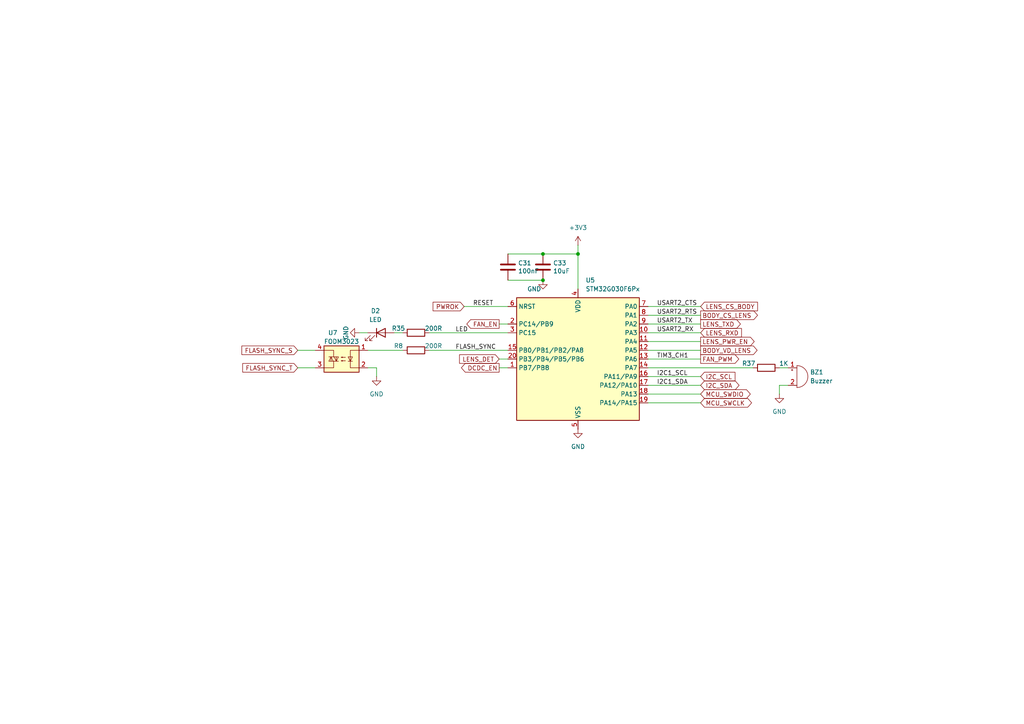
<source format=kicad_sch>
(kicad_sch (version 20231120) (generator "eeschema") (generator_version "8.0")
  (paper "A4")
  (lib_symbols
    (symbol "Device:Buzzer" (pin_names (offset 0.0254) hide)
      (property "Reference" "BZ" (at 3.81 1.27 0))
      (property "Value" "Buzzer" (at 3.81 -1.27 0))
      (symbol "Buzzer_0_1"
        (arc (start 0 -3.175) (mid 3.1612 0) (end 0 3.175))
        (polyline (pts (xy -1.651 1.905) (xy -1.143 1.905)))
        (polyline (pts (xy -1.397 2.159) (xy -1.397 1.651)))
        (polyline (pts (xy 0 3.175) (xy 0 -3.175)))
      )
      (symbol "Buzzer_1_1"
        (pin passive line (at -2.54 2.54 0) (length 2.54) (name "+") (number "1"))
        (pin passive line (at -2.54 -2.54 0) (length 2.54) (name "-") (number "2"))
      )
    )
    (symbol "Device:C" (pin_numbers hide) (pin_names (offset 0.254))
      (property "Reference" "C" (at 0.635 2.54 0))
      (property "Value" "C" (at 0.635 -2.54 0))
      (symbol "C_0_1"
        (polyline (pts (xy -2.032 -0.762) (xy 2.032 -0.762)) (stroke (width 0.508)))
        (polyline (pts (xy -2.032 0.762) (xy 2.032 0.762)) (stroke (width 0.508)))
      )
      (symbol "C_1_1"
        (pin passive line (at 0 3.81 270) (length 2.794) (name "~") (number "1"))
        (pin passive line (at 0 -3.81 90) (length 2.794) (name "~") (number "2"))
      )
    )
    (symbol "Device:LED" (pin_numbers hide) (pin_names (offset 1.016) hide)
      (property "Reference" "D" (at 0 2.54 0))
      (property "Value" "LED" (at 0 -2.54 0))
      (symbol "LED_0_1"
        (polyline (pts (xy -1.27 -1.27) (xy -1.27 1.27)) (stroke (width 0.254)))
        (polyline (pts (xy -1.27 0) (xy 1.27 0)))
        (polyline (pts (xy 1.27 -1.27) (xy 1.27 1.27) (xy -1.27 0) (xy 1.27 -1.27)) (stroke (width 0.254)))
        (polyline (pts (xy -3.048 -0.762) (xy -4.572 -2.286) (xy -3.81 -2.286) (xy -4.572 -2.286) (xy -4.572 -1.524)))
        (polyline (pts (xy -1.778 -0.762) (xy -3.302 -2.286) (xy -2.54 -2.286) (xy -3.302 -2.286) (xy -3.302 -1.524)))
      )
      (symbol "LED_1_1"
        (pin passive line (at -3.81 0 0) (length 2.54) (name "K") (number "1"))
        (pin passive line (at 3.81 0 180) (length 2.54) (name "A") (number "2"))
      )
    )
    (symbol "Device:R" (pin_numbers hide) (pin_names (offset 0))
      (property "Reference" "R" (at 2.032 0 90))
      (property "Value" "R" (at 0 0 90))
      (symbol "R_0_1"
        (rectangle (start -1.016 -2.54) (end 1.016 2.54) (stroke (width 0.254)))
      )
      (symbol "R_1_1"
        (pin passive line (at 0 3.81 270) (length 1.27) (name "~") (number "1"))
        (pin passive line (at 0 -3.81 90) (length 1.27) (name "~") (number "2"))
      )
    )
    (symbol "MCU_ST_STM32G0:STM32G030F6Px"
      (property "Reference" "U" (at -17.78 19.05 0))
      (property "Value" "STM32G030F6Px" (at 2.54 19.05 0))
      (symbol "STM32G030F6Px_0_1"
        (rectangle (start -17.78 -17.78) (end 17.78 17.78) (stroke (width 0.254)) (fill (type background)))
      )
      (symbol "STM32G030F6Px_1_1"
        (pin bidirectional line (at -20.32 -2.54 0) (length 2.54) (name "PB7/PB8") (number "1"))
        (pin bidirectional line (at 20.32 7.62 180) (length 2.54) (name "PA3") (number "10"))
        (pin bidirectional line (at 20.32 5.08 180) (length 2.54) (name "PA4") (number "11"))
        (pin bidirectional line (at 20.32 2.54 180) (length 2.54) (name "PA5") (number "12"))
        (pin bidirectional line (at 20.32 0 180) (length 2.54) (name "PA6") (number "13"))
        (pin bidirectional line (at 20.32 -2.54 180) (length 2.54) (name "PA7") (number "14"))
        (pin bidirectional line (at -20.32 2.54 0) (length 2.54) (name "PB0/PB1/PB2/PA8") (number "15"))
        (pin bidirectional line (at 20.32 -5.08 180) (length 2.54) (name "PA11/PA9") (number "16"))
        (pin bidirectional line (at 20.32 -7.62 180) (length 2.54) (name "PA12/PA10") (number "17"))
        (pin bidirectional line (at 20.32 -10.16 180) (length 2.54) (name "PA13") (number "18"))
        (pin bidirectional line (at 20.32 -12.7 180) (length 2.54) (name "PA14/PA15") (number "19"))
        (pin bidirectional line (at -20.32 10.16 0) (length 2.54) (name "PC14/PB9") (number "2"))
        (pin bidirectional line (at -20.32 0 0) (length 2.54) (name "PB3/PB4/PB5/PB6") (number "20"))
        (pin bidirectional line (at -20.32 7.62 0) (length 2.54) (name "PC15") (number "3"))
        (pin power_in line (at 0 20.32 270) (length 2.54) (name "VDD") (number "4"))
        (pin power_in line (at 0 -20.32 90) (length 2.54) (name "VSS") (number "5"))
        (pin input line (at -20.32 15.24 0) (length 2.54) (name "NRST") (number "6"))
        (pin bidirectional line (at 20.32 15.24 180) (length 2.54) (name "PA0") (number "7"))
        (pin bidirectional line (at 20.32 12.7 180) (length 2.54) (name "PA1") (number "8"))
        (pin bidirectional line (at 20.32 10.16 180) (length 2.54) (name "PA2") (number "9"))
      )
    )
    (symbol "Relay_SolidState:FODM3023"
      (property "Reference" "U" (at -5.08 5.08 0))
      (property "Value" "FODM3023" (at 0 5.08 0))
      (symbol "FODM3023_0_1"
        (rectangle (start -5.08 3.81) (end 5.08 -3.81) (stroke (width 0.254)) (fill (type background)))
        (polyline (pts (xy -3.175 -0.635) (xy -1.905 -0.635)))
        (polyline (pts (xy 1.524 -0.635) (xy 1.524 0.635)))
        (polyline (pts (xy 3.048 0.635) (xy 3.048 -0.635)))
        (polyline (pts (xy 2.286 -0.635) (xy 2.286 -2.54) (xy 5.08 -2.54)))
        (polyline (pts (xy 2.286 0.635) (xy 2.286 2.54) (xy 5.08 2.54)))
        (polyline (pts (xy -5.08 2.54) (xy -2.54 2.54) (xy -2.54 -2.54) (xy -5.08 -2.54)))
        (polyline (pts (xy -2.54 -0.635) (xy -3.175 0.635) (xy -1.905 0.635) (xy -2.54 -0.635)))
        (polyline (pts (xy 0.889 -0.635) (xy 3.683 -0.635) (xy 3.048 0.635) (xy 2.413 -0.635)))
        (polyline (pts (xy 3.683 0.635) (xy 0.889 0.635) (xy 1.524 -0.635) (xy 2.159 0.635)))
        (polyline (pts (xy -1.143 -0.508) (xy 0.127 -0.508) (xy -0.254 -0.635) (xy -0.254 -0.381) (xy 0.127 -0.508)))
        (polyline (pts (xy -1.143 0.508) (xy 0.127 0.508) (xy -0.254 0.381) (xy -0.254 0.635) (xy 0.127 0.508)))
      )
      (symbol "FODM3023_1_1"
        (pin passive line (at -7.62 2.54 0) (length 2.54) (name "~") (number "1"))
        (pin passive line (at -7.62 -2.54 0) (length 2.54) (name "~") (number "2"))
        (pin passive line (at 7.62 -2.54 180) (length 2.54) (name "~") (number "3"))
        (pin passive line (at 7.62 2.54 180) (length 2.54) (name "~") (number "4"))
      )
    )
    (symbol "power:+3V3" (power) (pin_numbers hide) (pin_names (offset 0) hide)
      (property "Value" "+3V3" (at 0 3.556 0))
      (symbol "+3V3_0_1"
        (polyline (pts (xy -0.762 1.27) (xy 0 2.54)))
        (polyline (pts (xy 0 0) (xy 0 2.54)))
        (polyline (pts (xy 0 2.54) (xy 0.762 1.27)))
      )
      (symbol "+3V3_1_1"
        (pin power_in line (at 0 0 90) (length 0) (name "~") (number "1"))
      )
    )
    (symbol "power:GND" (power) (pin_numbers hide) (pin_names (offset 0) hide)
      (property "Value" "GND" (at 0 -3.81 0))
      (symbol "GND_0_1"
        (polyline (pts (xy 0 0) (xy 0 -1.27) (xy 1.27 -1.27) (xy 0 -2.54) (xy -1.27 -1.27) (xy 0 -1.27)))
      )
      (symbol "GND_1_1"
        (pin power_in line (at 0 0 270) (length 0) (name "~") (number "1"))
      )
    )
  )
  (junction (at 167.64 73.66))
  (junction (at 157.48 81.28))
  (junction (at 157.48 73.66))
  (wire (pts (xy 187.96 88.9) (xy 203.2 88.9)))
  (wire (pts (xy 109.22 106.68) (xy 109.22 109.22)))
  (wire (pts (xy 106.68 106.68) (xy 109.22 106.68)))
  (wire (pts (xy 167.64 73.66) (xy 157.48 73.66)))
  (wire (pts (xy 144.78 104.14) (xy 147.32 104.14)))
  (wire (pts (xy 187.96 114.3) (xy 203.2 114.3)))
  (wire (pts (xy 187.96 93.98) (xy 203.2 93.98)))
  (wire (pts (xy 86.36 101.6) (xy 91.44 101.6)))
  (wire (pts (xy 124.46 101.6) (xy 147.32 101.6)))
  (wire (pts (xy 226.06 106.68) (xy 228.6 106.68)))
  (wire (pts (xy 124.46 96.52) (xy 147.32 96.52)))
  (wire (pts (xy 157.48 73.66) (xy 147.32 73.66)))
  (wire (pts (xy 147.32 81.28) (xy 157.48 81.28)))
  (wire (pts (xy 144.78 106.68) (xy 147.32 106.68)))
  (wire (pts (xy 167.64 83.82) (xy 167.64 73.66)))
  (wire (pts (xy 226.06 111.76) (xy 226.06 114.3)))
  (wire (pts (xy 106.68 96.52) (xy 104.14 96.52)))
  (wire (pts (xy 187.96 109.22) (xy 203.2 109.22)))
  (wire (pts (xy 134.62 88.9) (xy 147.32 88.9)))
  (wire (pts (xy 187.96 116.84) (xy 203.2 116.84)))
  (wire (pts (xy 187.96 104.14) (xy 203.2 104.14)))
  (wire (pts (xy 86.36 106.68) (xy 91.44 106.68)))
  (wire (pts (xy 187.96 91.44) (xy 203.2 91.44)))
  (wire (pts (xy 187.96 111.76) (xy 203.2 111.76)))
  (wire (pts (xy 167.64 71.12) (xy 167.64 73.66)))
  (wire (pts (xy 187.96 106.68) (xy 218.44 106.68)))
  (wire (pts (xy 187.96 99.06) (xy 203.2 99.06)))
  (wire (pts (xy 106.68 101.6) (xy 116.84 101.6)))
  (wire (pts (xy 187.96 101.6) (xy 203.2 101.6)))
  (wire (pts (xy 144.78 93.98) (xy 147.32 93.98)))
  (wire (pts (xy 228.6 111.76) (xy 226.06 111.76)))
  (wire (pts (xy 187.96 96.52) (xy 203.2 96.52)))
  (wire (pts (xy 114.3 96.52) (xy 116.84 96.52)))
  (label "FLASH_SYNC" (at 132.08 101.6 0))
  (label "RESET" (at 137.16 88.9 0))
  (label "USART2_CTS" (at 190.5 88.9 0))
  (label "TIM3_CH1" (at 190.5 104.14 0))
  (label "USART2_RX" (at 190.5 96.52 0))
  (label "LED" (at 132.08 96.52 0))
  (label "USART2_TX" (at 190.5 93.98 0))
  (label "I2C1_SDA" (at 190.5 111.76 0))
  (label "I2C1_SCL" (at 190.5 109.22 0))
  (label "USART2_RTS" (at 190.5 91.44 0))
  (global_label "LENS_PWR_EN" (shape output) (at 203.2 99.06 0) (property "Intersheetrefs" "${INTERSHEET_REFS}" (effects (hide yes))))
  (global_label "BODY_VD_LENS" (shape output) (at 203.2 101.6 0) (property "Intersheetrefs" "${INTERSHEET_REFS}" (effects (hide yes))))
  (global_label "I2C_SCL" (shape input) (at 203.2 109.22 0) (property "Intersheetrefs" "${INTERSHEET_REFS}" (effects (hide yes))))
  (global_label "LENS_TXD" (shape output) (at 203.2 93.98 0) (property "Intersheetrefs" "${INTERSHEET_REFS}" (effects (hide yes))))
  (global_label "DCDC_EN" (shape output) (at 144.78 106.68 180) (property "Intersheetrefs" "${INTERSHEET_REFS}" (effects (hide yes))))
  (global_label "FLASH_SYNC_T" (shape input) (at 86.36 106.68 180) (property "Intersheetrefs" "${INTERSHEET_REFS}" (effects (hide yes))))
  (global_label "FAN_PWM" (shape output) (at 203.2 104.14 0) (property "Intersheetrefs" "${INTERSHEET_REFS}" (effects (hide yes))))
  (global_label "FAN_EN" (shape output) (at 144.78 93.98 180) (property "Intersheetrefs" "${INTERSHEET_REFS}" (effects (hide yes))))
  (global_label "LENS_DET" (shape input) (at 144.78 104.14 180) (property "Intersheetrefs" "${INTERSHEET_REFS}" (effects (hide yes))))
  (global_label "LENS_CS_BODY" (shape input) (at 203.2 88.9 0) (property "Intersheetrefs" "${INTERSHEET_REFS}" (effects (hide yes))))
  (global_label "BODY_CS_LENS" (shape output) (at 203.2 91.44 0) (property "Intersheetrefs" "${INTERSHEET_REFS}" (effects (hide yes))))
  (global_label "FLASH_SYNC_S" (shape input) (at 86.36 101.6 180) (property "Intersheetrefs" "${INTERSHEET_REFS}" (effects (hide yes))))
  (global_label "I2C_SDA" (shape bidirectional) (at 203.2 111.76 0) (property "Intersheetrefs" "${INTERSHEET_REFS}" (effects (hide yes))))
  (global_label "MCU_SWCLK" (shape bidirectional) (at 203.2 116.84 0) (property "Intersheetrefs" "${INTERSHEET_REFS}" (effects (hide yes))))
  (global_label "PWROK" (shape input) (at 134.62 88.9 180) (property "Intersheetrefs" "${INTERSHEET_REFS}" (effects (hide yes))))
  (global_label "MCU_SWDIO" (shape bidirectional) (at 203.2 114.3 0) (property "Intersheetrefs" "${INTERSHEET_REFS}" (effects (hide yes))))
  (global_label "LENS_RXD" (shape input) (at 203.2 96.52 0) (property "Intersheetrefs" "${INTERSHEET_REFS}" (effects (hide yes))))
  (symbol (lib_id "MCU_ST_STM32G0:STM32G030F6Px") (at 167.64 104.14 0) (unit 1)
    (property "Reference" "U5" (at 169.8341 81.28 0) (effects (justify left)))
    (property "Value" "STM32G030F6Px" (at 169.8341 83.82 0) (effects (justify left)))
    (property "Footprint" "Package_SO:TSSOP-20_4.4x6.5mm_P0.65mm" (effects (hide yes)))
    (property "Datasheet" "https://www.st.com/resource/en/datasheet/stm32g030f6.pdf" (effects (hide yes)))
    (property "Description" "STMicroelectronics Arm Cortex-M0+ MCU, 32KB flash, 8KB RAM, 64 MHz, 2.0-3.6V, 17 GPIO, TSSOP20" (effects (hide yes)))
  )
  (symbol (lib_id "power:GND") (at 167.64 124.46 0) (unit 1)
    (property "Reference" "#PWR099" (effects (hide yes)))
    (property "Value" "GND" (at 167.64 129.54 0))
    (property "Description" "Power symbol creates a global label with name \"GND\" , ground" (effects (hide yes)))
  )
  (symbol (lib_id "power:GND") (at 226.06 114.3 0) (unit 1)
    (property "Reference" "#PWR027" (effects (hide yes)))
    (property "Value" "GND" (at 226.06 119.38 0))
    (property "Description" "Power symbol creates a global label with name \"GND\" , ground" (effects (hide yes)))
  )
  (symbol (lib_id "power:+3V3") (at 167.64 71.12 0) (unit 1)
    (property "Reference" "#PWR097" (effects (hide yes)))
    (property "Value" "+3V3" (at 167.64 66.04 0))
    (property "Description" "Power symbol creates a global label with name \"+3V3\"" (effects (hide yes)))
  )
  (symbol (lib_id "power:GND") (at 109.22 109.22 0) (unit 1)
    (property "Reference" "#PWR0100" (effects (hide yes)))
    (property "Value" "GND" (at 109.22 114.3 0))
    (property "Description" "Power symbol creates a global label with name \"GND\" , ground" (effects (hide yes)))
  )
  (symbol (lib_id "Device:C") (at 157.48 77.47 0) (unit 1)
    (property "Reference" "C33" (at 160.401 76.3016 0) (effects (justify left)))
    (property "Value" "10uF" (at 160.401 78.613 0) (effects (justify left)))
    (property "Footprint" "Capacitor_SMD:C_0603_1608Metric" (effects (hide yes)))
  )
  (symbol (lib_id "Device:LED") (at 110.49 96.52 0) (unit 1)
    (property "Reference" "D2" (at 108.9025 90.17 0))
    (property "Value" "LED" (at 108.9025 92.71 0))
    (property "Footprint" "LED_SMD:LED_0603_1608Metric" (effects (hide yes)))
    (property "Description" "Light emitting diode" (effects (hide yes)))
  )
  (symbol (lib_id "power:GND") (at 157.48 81.28 0) (unit 1)
    (property "Reference" "#PWR098" (effects (hide yes)))
    (property "Value" "GND" (at 154.94 83.82 0))
    (property "Description" "Power symbol creates a global label with name \"GND\" , ground" (effects (hide yes)))
  )
  (symbol (lib_id "Relay_SolidState:FODM3023") (at 99.06 104.14 0) (mirror y) (unit 1)
    (property "Reference" "U7" (at 96.52 96.52 0))
    (property "Value" "FODM3023" (at 99.06 99.06 0))
    (property "Footprint" "Package_DIP:SMDIP-4_W7.62mm" (effects (hide yes)))
    (property "Datasheet" "https://www.onsemi.com/pub/Collateral/FODM3053_NF098-D.PDF" (effects (hide yes)))
    (property "Description" "Full Pitch Mini-Flat Random Phase Opto-Triac, Vdrm 400V, Ift 5mA, MFP 4L" (effects (hide yes)))
  )
  (symbol (lib_id "Device:R") (at 120.65 96.52 270) (unit 1)
    (property "Reference" "R35" (at 115.57 95.25 90))
    (property "Value" "200R" (at 125.73 95.25 90))
    (property "Footprint" "Resistor_SMD:R_0402_1005Metric" (effects (hide yes)))
  )
  (symbol (lib_id "Device:Buzzer") (at 231.14 109.22 0) (unit 1)
    (property "Reference" "BZ1" (at 234.95 107.9499 0) (effects (justify left)))
    (property "Value" "Buzzer" (at 234.95 110.4899 0) (effects (justify left)))
    (property "Footprint" "Connector_PinHeader_2.54mm:PinHeader_1x02_P2.54mm_Vertical" (effects (hide yes)))
    (property "Description" "Buzzer, polarized" (effects (hide yes)))
  )
  (symbol (lib_id "Device:R") (at 120.65 101.6 270) (unit 1)
    (property "Reference" "R8" (at 115.57 100.33 90))
    (property "Value" "200R" (at 125.73 100.33 90))
    (property "Footprint" "Resistor_SMD:R_0402_1005Metric" (effects (hide yes)))
  )
  (symbol (lib_id "Device:C") (at 147.32 77.47 0) (unit 1)
    (property "Reference" "C31" (at 150.241 76.3016 0) (effects (justify left)))
    (property "Value" "100nF" (at 150.241 78.613 0) (effects (justify left)))
    (property "Footprint" "Capacitor_SMD:C_0402_1005Metric" (effects (hide yes)))
  )
  (symbol (lib_id "Device:R") (at 222.25 106.68 270) (unit 1)
    (property "Reference" "R37" (at 217.17 105.41 90))
    (property "Value" "1K" (at 227.33 105.41 90))
    (property "Footprint" "Resistor_SMD:R_0402_1005Metric" (effects (hide yes)))
  )
  (symbol (lib_id "power:GND") (at 104.14 96.52 270) (unit 1)
    (property "Reference" "#PWR0132" (effects (hide yes)))
    (property "Value" "GND" (at 100.33 96.52 0))
    (property "Description" "Power symbol creates a global label with name \"GND\" , ground" (effects (hide yes)))
  )
)
</source>
